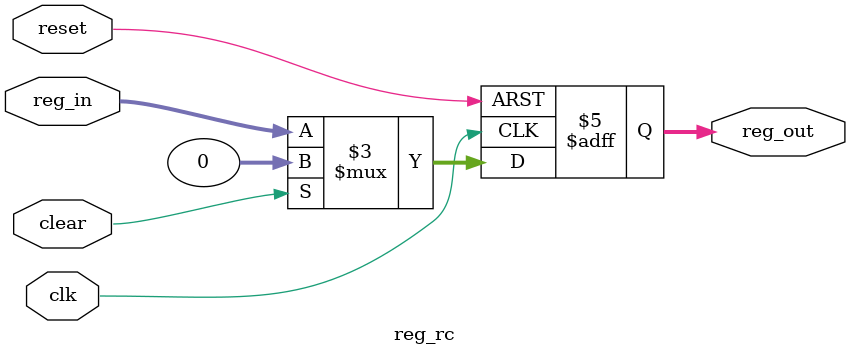
<source format=sv>

module reg_rc #(parameter N = 32)
(
	input logic clk, reset, clear,
	input logic [N-1:0] reg_in,
	output logic [N-1:0] reg_out
);

	always_ff @(posedge clk, posedge reset)
		if (reset) reg_out <= 0;
		else if (clear) reg_out <= 0;
		else reg_out <= reg_in;
		
endmodule

</source>
